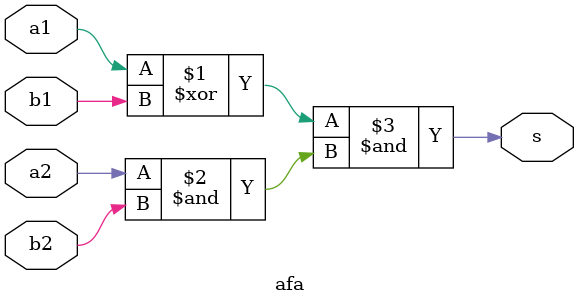
<source format=v>
module afa(a1,b1,a2,b2,s);
input a1,b1,a2,b2;
output s;

assign s = (a1 ^ b1) & (a2 & b2);

endmodule

</source>
